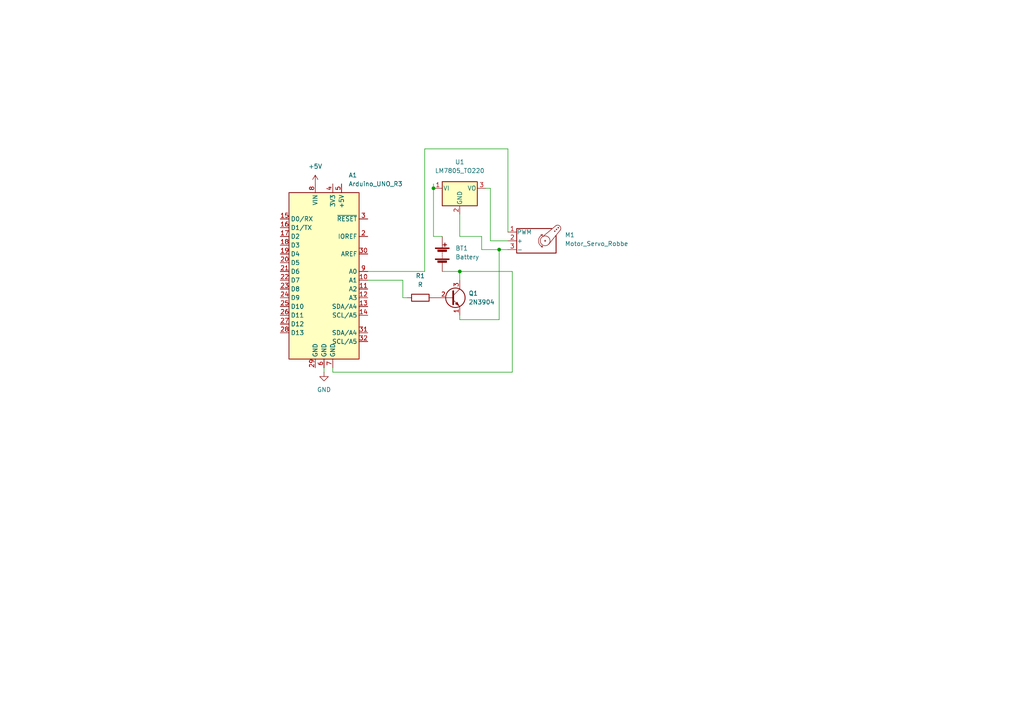
<source format=kicad_sch>
(kicad_sch (version 20211123) (generator eeschema)
  (paper "A4")
  (lib_symbols
    (symbol "Device:Battery" (pin_numbers hide) (pin_names (offset 0) hide)
      (property "Reference" "BT" (at 2.54 2.54 0))
      (property "Value" "Battery" (at 2.54 0 0))
      (symbol "Battery_0_1"
        (rectangle (start -2.032 -1.397) (end 2.032 -1.651) (fill (type outline)))
        (rectangle (start -2.032 1.778) (end 2.032 1.524) (fill (type outline)))
        (rectangle (start -1.3208 -1.9812) (end 1.27 -2.4892) (fill (type outline)))
        (rectangle (start -1.3208 1.1938) (end 1.27 0.6858) (fill (type outline)))
        (polyline (pts (xy 0 -1.524) (xy 0 -1.27)))
        (polyline (pts (xy 0 -1.016) (xy 0 -0.762)))
        (polyline (pts (xy 0 -0.508) (xy 0 -0.254)))
        (polyline (pts (xy 0 0) (xy 0 0.254)))
        (polyline (pts (xy 0 0.508) (xy 0 0.762)))
        (polyline (pts (xy 0 1.778) (xy 0 2.54)))
        (polyline (pts (xy 0.254 2.667) (xy 1.27 2.667)) (stroke (width 0.254)))
        (polyline (pts (xy 0.762 3.175) (xy 0.762 2.159)) (stroke (width 0.254)))
      )
      (symbol "Battery_1_1"
        (pin passive line (at 0 5.08 270) (length 2.54) (name "+") (number "1"))
        (pin passive line (at 0 -5.08 90) (length 2.54) (name "-") (number "2"))
      )
    )
    (symbol "Device:R" (pin_numbers hide) (pin_names (offset 0))
      (property "Reference" "R" (at 2.032 0 90))
      (property "Value" "R" (at 0 0 90))
      (symbol "R_0_1"
        (rectangle (start -1.016 -2.54) (end 1.016 2.54) (stroke (width 0.254)))
      )
      (symbol "R_1_1"
        (pin passive line (at 0 3.81 270) (length 1.27) (name "~") (number "1"))
        (pin passive line (at 0 -3.81 90) (length 1.27) (name "~") (number "2"))
      )
    )
    (symbol "MCU_Module:Arduino_UNO_R3"
      (property "Reference" "A" (at -10.16 23.495 0))
      (property "Value" "Arduino_UNO_R3" (at 5.08 -26.67 0))
      (symbol "Arduino_UNO_R3_0_1"
        (rectangle (start -10.16 22.86) (end 10.16 -25.4) (stroke (width 0.254)) (fill (type background)))
      )
      (symbol "Arduino_UNO_R3_1_1"
        (pin no_connect line (at -10.16 -20.32 0) (length 2.54) hide (name "NC") (number "1"))
        (pin bidirectional line (at 12.7 -2.54 180) (length 2.54) (name "A1") (number "10"))
        (pin bidirectional line (at 12.7 -5.08 180) (length 2.54) (name "A2") (number "11"))
        (pin bidirectional line (at 12.7 -7.62 180) (length 2.54) (name "A3") (number "12"))
        (pin bidirectional line (at 12.7 -10.16 180) (length 2.54) (name "SDA/A4") (number "13"))
        (pin bidirectional line (at 12.7 -12.7 180) (length 2.54) (name "SCL/A5") (number "14"))
        (pin bidirectional line (at -12.7 15.24 0) (length 2.54) (name "D0/RX") (number "15"))
        (pin bidirectional line (at -12.7 12.7 0) (length 2.54) (name "D1/TX") (number "16"))
        (pin bidirectional line (at -12.7 10.16 0) (length 2.54) (name "D2") (number "17"))
        (pin bidirectional line (at -12.7 7.62 0) (length 2.54) (name "D3") (number "18"))
        (pin bidirectional line (at -12.7 5.08 0) (length 2.54) (name "D4") (number "19"))
        (pin output line (at 12.7 10.16 180) (length 2.54) (name "IOREF") (number "2"))
        (pin bidirectional line (at -12.7 2.54 0) (length 2.54) (name "D5") (number "20"))
        (pin bidirectional line (at -12.7 0 0) (length 2.54) (name "D6") (number "21"))
        (pin bidirectional line (at -12.7 -2.54 0) (length 2.54) (name "D7") (number "22"))
        (pin bidirectional line (at -12.7 -5.08 0) (length 2.54) (name "D8") (number "23"))
        (pin bidirectional line (at -12.7 -7.62 0) (length 2.54) (name "D9") (number "24"))
        (pin bidirectional line (at -12.7 -10.16 0) (length 2.54) (name "D10") (number "25"))
        (pin bidirectional line (at -12.7 -12.7 0) (length 2.54) (name "D11") (number "26"))
        (pin bidirectional line (at -12.7 -15.24 0) (length 2.54) (name "D12") (number "27"))
        (pin bidirectional line (at -12.7 -17.78 0) (length 2.54) (name "D13") (number "28"))
        (pin power_in line (at -2.54 -27.94 90) (length 2.54) (name "GND") (number "29"))
        (pin input line (at 12.7 15.24 180) (length 2.54) (name "~{RESET}") (number "3"))
        (pin input line (at 12.7 5.08 180) (length 2.54) (name "AREF") (number "30"))
        (pin bidirectional line (at 12.7 -17.78 180) (length 2.54) (name "SDA/A4") (number "31"))
        (pin bidirectional line (at 12.7 -20.32 180) (length 2.54) (name "SCL/A5") (number "32"))
        (pin power_out line (at 2.54 25.4 270) (length 2.54) (name "3V3") (number "4"))
        (pin power_out line (at 5.08 25.4 270) (length 2.54) (name "+5V") (number "5"))
        (pin power_in line (at 0 -27.94 90) (length 2.54) (name "GND") (number "6"))
        (pin power_in line (at 2.54 -27.94 90) (length 2.54) (name "GND") (number "7"))
        (pin power_in line (at -2.54 25.4 270) (length 2.54) (name "VIN") (number "8"))
        (pin bidirectional line (at 12.7 0 180) (length 2.54) (name "A0") (number "9"))
      )
    )
    (symbol "Motor:Motor_Servo_Robbe" (pin_names (offset 0.0254))
      (property "Reference" "M" (at -5.08 4.445 0))
      (property "Value" "Motor_Servo_Robbe" (at -5.08 -4.064 0))
      (symbol "Motor_Servo_Robbe_0_1"
        (polyline (pts (xy 2.413 -1.778) (xy 2.032 -1.778)))
        (polyline (pts (xy 2.413 -1.778) (xy 2.286 -1.397)))
        (polyline (pts (xy 2.413 1.778) (xy 1.905 1.778)))
        (polyline (pts (xy 2.413 1.778) (xy 2.286 1.397)))
        (polyline (pts (xy 6.35 4.445) (xy 2.54 1.27)))
        (polyline (pts (xy 7.62 3.175) (xy 4.191 -1.016)))
        (polyline (pts (xy 5.08 3.556) (xy -5.08 3.556) (xy -5.08 -3.556) (xy 6.35 -3.556) (xy 6.35 1.524)) (stroke (width 0.254)))
        (arc (start 2.413 1.778) (mid 1.2406 0) (end 2.413 -1.778))
        (circle (center 3.175 0) (radius 0.1778))
        (circle (center 3.175 0) (radius 1.4224))
        (circle (center 5.969 2.794) (radius 0.127))
        (circle (center 6.477 3.302) (radius 0.127))
        (circle (center 6.985 3.81) (radius 0.127))
        (arc (start 7.62 3.175) (mid 7.4485 4.2735) (end 6.35 4.445))
      )
      (symbol "Motor_Servo_Robbe_1_1"
        (pin passive line (at -7.62 2.54 0) (length 2.54) (name "PWM") (number "1"))
        (pin passive line (at -7.62 0 0) (length 2.54) (name "+") (number "2"))
        (pin passive line (at -7.62 -2.54 0) (length 2.54) (name "-") (number "3"))
      )
    )
    (symbol "Regulator_Linear:LM7805_TO220" (pin_names (offset 0.254))
      (property "Reference" "U" (at -3.81 3.175 0))
      (property "Value" "LM7805_TO220" (at 0 3.175 0))
      (symbol "LM7805_TO220_0_1"
        (rectangle (start -5.08 1.905) (end 5.08 -5.08) (stroke (width 0.254)) (fill (type background)))
      )
      (symbol "LM7805_TO220_1_1"
        (pin power_in line (at -7.62 0 0) (length 2.54) (name "VI") (number "1"))
        (pin power_in line (at 0 -7.62 90) (length 2.54) (name "GND") (number "2"))
        (pin power_out line (at 7.62 0 180) (length 2.54) (name "VO") (number "3"))
      )
    )
    (symbol "Transistor_BJT:2N3904" (pin_names (offset 0) hide)
      (property "Reference" "Q" (at 5.08 1.905 0))
      (property "Value" "2N3904" (at 5.08 0 0))
      (symbol "2N3904_0_1"
        (polyline (pts (xy 0.635 0.635) (xy 2.54 2.54)))
        (polyline (pts (xy 0.635 -0.635) (xy 2.54 -2.54) (xy 2.54 -2.54)))
        (polyline (pts (xy 0.635 1.905) (xy 0.635 -1.905) (xy 0.635 -1.905)) (stroke (width 0.508)))
        (polyline (pts (xy 1.27 -1.778) (xy 1.778 -1.27) (xy 2.286 -2.286) (xy 1.27 -1.778) (xy 1.27 -1.778)) (fill (type outline)))
        (circle (center 1.27 0) (radius 2.8194) (stroke (width 0.254)))
      )
      (symbol "2N3904_1_1"
        (pin passive line (at 2.54 -5.08 90) (length 2.54) (name "E") (number "1"))
        (pin passive line (at -5.08 0 0) (length 5.715) (name "B") (number "2"))
        (pin passive line (at 2.54 5.08 270) (length 2.54) (name "C") (number "3"))
      )
    )
    (symbol "power:+5V" (power) (pin_names (offset 0))
      (property "Value" "+5V" (at 0 3.556 0))
      (symbol "+5V_0_1"
        (polyline (pts (xy -0.762 1.27) (xy 0 2.54)))
        (polyline (pts (xy 0 0) (xy 0 2.54)))
        (polyline (pts (xy 0 2.54) (xy 0.762 1.27)))
      )
      (symbol "+5V_1_1"
        (pin power_in line (at 0 0 90) (length 0) hide (name "+5V") (number "1"))
      )
    )
    (symbol "power:GND" (power) (pin_names (offset 0))
      (property "Value" "GND" (at 0 -3.81 0))
      (symbol "GND_0_1"
        (polyline (pts (xy 0 0) (xy 0 -1.27) (xy 1.27 -1.27) (xy 0 -2.54) (xy -1.27 -1.27) (xy 0 -1.27)))
      )
      (symbol "GND_1_1"
        (pin power_in line (at 0 0 270) (length 0) hide (name "GND") (number "1"))
      )
    )
  )
  (junction (at 144.78 72.39))
  (junction (at 133.35 78.74))
  (junction (at 125.73 54.61))
  (wire (pts (xy 147.32 43.18) (xy 123.19 43.18)))
  (wire (pts (xy 148.59 78.74) (xy 133.35 78.74)))
  (wire (pts (xy 133.35 68.58) (xy 133.35 62.23)))
  (wire (pts (xy 144.78 92.71) (xy 144.78 72.39)))
  (wire (pts (xy 125.73 53.34) (xy 125.73 54.61)))
  (wire (pts (xy 96.52 107.95) (xy 148.59 107.95)))
  (wire (pts (xy 142.24 69.85) (xy 147.32 69.85)))
  (wire (pts (xy 147.32 67.31) (xy 147.32 43.18)))
  (wire (pts (xy 128.27 68.58) (xy 125.73 68.58)))
  (wire (pts (xy 128.27 78.74) (xy 133.35 78.74)))
  (wire (pts (xy 133.35 92.71) (xy 133.35 91.44)))
  (wire (pts (xy 133.35 78.74) (xy 133.35 81.28)))
  (wire (pts (xy 133.35 92.71) (xy 144.78 92.71)))
  (wire (pts (xy 142.24 54.61) (xy 142.24 69.85)))
  (wire (pts (xy 148.59 107.95) (xy 148.59 78.74)))
  (wire (pts (xy 123.19 78.74) (xy 106.68 78.74)))
  (wire (pts (xy 144.78 72.39) (xy 147.32 72.39)))
  (wire (pts (xy 116.84 86.36) (xy 116.84 81.28)))
  (wire (pts (xy 139.7 68.58) (xy 133.35 68.58)))
  (wire (pts (xy 116.84 86.36) (xy 118.11 86.36)))
  (wire (pts (xy 116.84 81.28) (xy 106.68 81.28)))
  (wire (pts (xy 96.52 107.95) (xy 96.52 106.68)))
  (wire (pts (xy 123.19 43.18) (xy 123.19 78.74)))
  (wire (pts (xy 93.98 106.68) (xy 93.98 107.95)))
  (wire (pts (xy 144.78 72.39) (xy 139.7 72.39)))
  (wire (pts (xy 139.7 72.39) (xy 139.7 68.58)))
  (wire (pts (xy 140.97 54.61) (xy 142.24 54.61)))
  (wire (pts (xy 125.73 68.58) (xy 125.73 54.61)))
  (symbol (lib_id "Motor:Motor_Servo_Robbe") (at 154.94 69.85 0) (unit 1)
    (property "Reference" "M1" (at 163.83 68.1465 0) (effects (justify left)))
    (property "Value" "Motor_Servo_Robbe" (at 163.83 70.6865 0) (effects (justify left)))
    (property "Datasheet" "http://forums.parallax.com/uploads/attachments/46831/74481.png" (effects hide))
  )
  (symbol (lib_id "power:GND") (at 93.98 107.95 0) (unit 1)
    (property "Reference" "#PWR?" (effects hide))
    (property "Value" "GND" (at 93.98 113.03 0))
  )
  (symbol (lib_id "Transistor_BJT:2N3904") (at 130.81 86.36 0) (unit 1)
    (property "Reference" "Q1" (at 135.89 85.0899 0) (effects (justify left)))
    (property "Value" "2N3904" (at 135.89 87.6299 0) (effects (justify left)))
    (property "Footprint" "Package_TO_SOT_THT:TO-92_Inline" (effects hide))
    (property "Datasheet" "https://www.onsemi.com/pub/Collateral/2N3903-D.PDF" (effects hide))
  )
  (symbol (lib_id "power:+5V") (at 91.44 53.34 0) (unit 1)
    (property "Reference" "#PWR?" (effects hide))
    (property "Value" "+5V" (at 91.44 48.26 0))
  )
  (symbol (lib_id "MCU_Module:Arduino_UNO_R3") (at 93.98 78.74 0) (unit 1)
    (property "Reference" "A1" (at 101.0794 50.8 0) (effects (justify left)))
    (property "Value" "Arduino_UNO_R3" (at 101.0794 53.34 0) (effects (justify left)))
    (property "Footprint" "Module:Arduino_UNO_R3" (effects hide))
    (property "Datasheet" "https://www.arduino.cc/en/Main/arduinoBoardUno" (effects hide))
  )
  (symbol (lib_id "Device:R") (at 121.92 86.36 270) (unit 1)
    (property "Reference" "R1" (at 121.92 80.01 90))
    (property "Value" "R" (at 121.92 82.55 90))
  )
  (symbol (lib_id "Regulator_Linear:LM7805_TO220") (at 133.35 54.61 0) (unit 1)
    (property "Reference" "U1" (at 133.35 46.99 0))
    (property "Value" "LM7805_TO220" (at 133.35 49.53 0))
    (property "Footprint" "Package_TO_SOT_THT:TO-220-3_Vertical" (effects hide))
    (property "Datasheet" "https://www.onsemi.cn/PowerSolutions/document/MC7800-D.PDF" (effects hide))
  )
  (symbol (lib_id "Device:Battery") (at 128.27 73.66 0) (unit 1)
    (property "Reference" "BT1" (at 132.08 72.0089 0) (effects (justify left)))
    (property "Value" "Battery" (at 132.08 74.5489 0) (effects (justify left)))
  )
)
</source>
